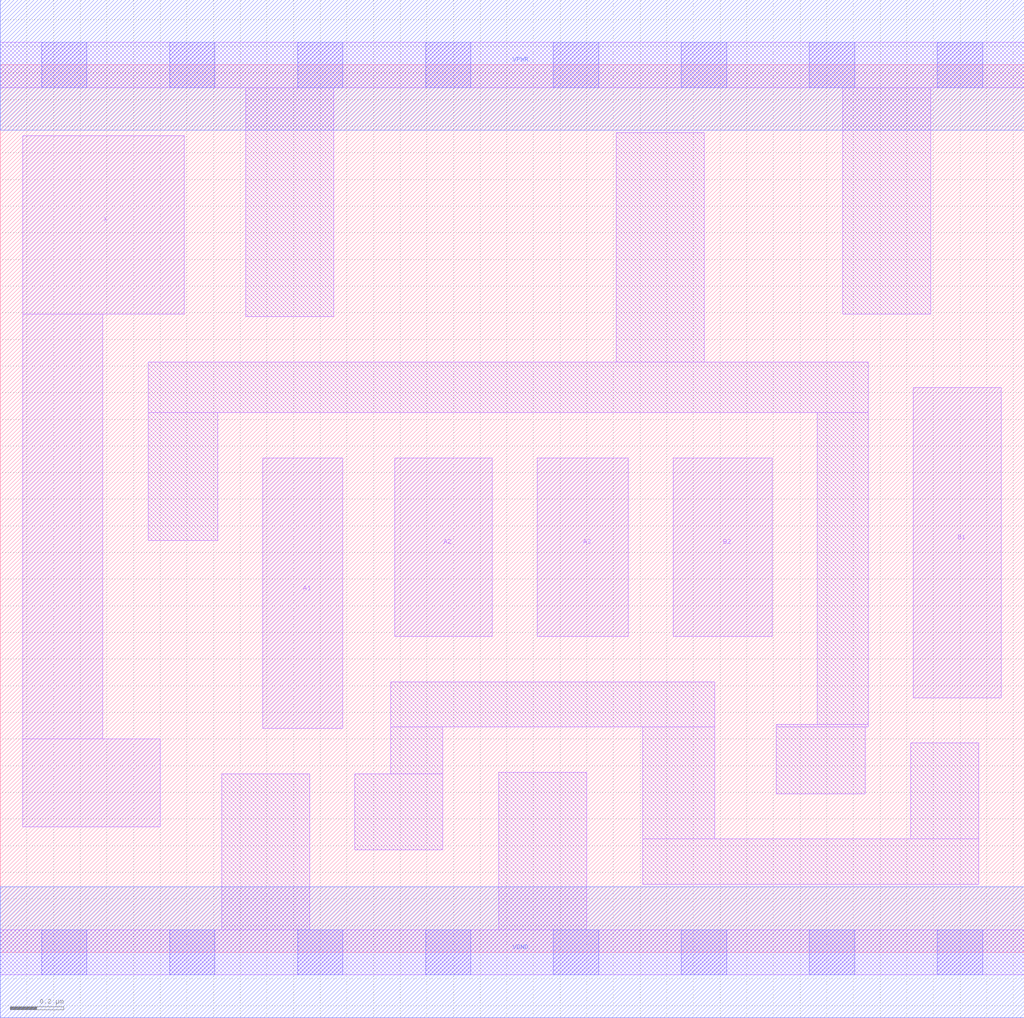
<source format=lef>
# Copyright 2020 The SkyWater PDK Authors
#
# Licensed under the Apache License, Version 2.0 (the "License");
# you may not use this file except in compliance with the License.
# You may obtain a copy of the License at
#
#     https://www.apache.org/licenses/LICENSE-2.0
#
# Unless required by applicable law or agreed to in writing, software
# distributed under the License is distributed on an "AS IS" BASIS,
# WITHOUT WARRANTIES OR CONDITIONS OF ANY KIND, either express or implied.
# See the License for the specific language governing permissions and
# limitations under the License.
#
# SPDX-License-Identifier: Apache-2.0

VERSION 5.7 ;
  NAMESCASESENSITIVE ON ;
  NOWIREEXTENSIONATPIN ON ;
  DIVIDERCHAR "/" ;
  BUSBITCHARS "[]" ;
UNITS
  DATABASE MICRONS 200 ;
END UNITS
MACRO sky130_fd_sc_lp__o32a_0
  CLASS CORE ;
  SOURCE USER ;
  FOREIGN sky130_fd_sc_lp__o32a_0 ;
  ORIGIN  0.000000  0.000000 ;
  SIZE  3.840000 BY  3.330000 ;
  SYMMETRY X Y R90 ;
  SITE unit ;
  PIN A1
    ANTENNAGATEAREA  0.159000 ;
    DIRECTION INPUT ;
    USE SIGNAL ;
    PORT
      LAYER li1 ;
        RECT 0.985000 0.840000 1.285000 1.855000 ;
    END
  END A1
  PIN A2
    ANTENNAGATEAREA  0.159000 ;
    DIRECTION INPUT ;
    USE SIGNAL ;
    PORT
      LAYER li1 ;
        RECT 1.480000 1.185000 1.845000 1.855000 ;
    END
  END A2
  PIN A3
    ANTENNAGATEAREA  0.159000 ;
    DIRECTION INPUT ;
    USE SIGNAL ;
    PORT
      LAYER li1 ;
        RECT 2.015000 1.185000 2.355000 1.855000 ;
    END
  END A3
  PIN B1
    ANTENNAGATEAREA  0.159000 ;
    DIRECTION INPUT ;
    USE SIGNAL ;
    PORT
      LAYER li1 ;
        RECT 3.425000 0.955000 3.755000 2.120000 ;
    END
  END B1
  PIN B2
    ANTENNAGATEAREA  0.159000 ;
    DIRECTION INPUT ;
    USE SIGNAL ;
    PORT
      LAYER li1 ;
        RECT 2.525000 1.185000 2.895000 1.855000 ;
    END
  END B2
  PIN X
    ANTENNADIFFAREA  0.280900 ;
    DIRECTION OUTPUT ;
    USE SIGNAL ;
    PORT
      LAYER li1 ;
        RECT 0.085000 0.470000 0.600000 0.800000 ;
        RECT 0.085000 0.800000 0.385000 2.395000 ;
        RECT 0.085000 2.395000 0.690000 3.065000 ;
    END
  END X
  PIN VGND
    DIRECTION INOUT ;
    USE GROUND ;
    PORT
      LAYER met1 ;
        RECT 0.000000 -0.245000 3.840000 0.245000 ;
    END
  END VGND
  PIN VPWR
    DIRECTION INOUT ;
    USE POWER ;
    PORT
      LAYER met1 ;
        RECT 0.000000 3.085000 3.840000 3.575000 ;
    END
  END VPWR
  OBS
    LAYER li1 ;
      RECT 0.000000 -0.085000 3.840000 0.085000 ;
      RECT 0.000000  3.245000 3.840000 3.415000 ;
      RECT 0.555000  1.545000 0.815000 2.025000 ;
      RECT 0.555000  2.025000 3.255000 2.215000 ;
      RECT 0.830000  0.085000 1.160000 0.670000 ;
      RECT 0.920000  2.385000 1.250000 3.245000 ;
      RECT 1.330000  0.385000 1.660000 0.670000 ;
      RECT 1.465000  0.670000 1.660000 0.845000 ;
      RECT 1.465000  0.845000 2.680000 1.015000 ;
      RECT 1.870000  0.085000 2.200000 0.675000 ;
      RECT 2.310000  2.215000 2.640000 3.075000 ;
      RECT 2.410000  0.255000 3.670000 0.425000 ;
      RECT 2.410000  0.425000 2.680000 0.845000 ;
      RECT 2.910000  0.595000 3.245000 0.845000 ;
      RECT 2.910000  0.845000 3.255000 0.855000 ;
      RECT 3.065000  0.855000 3.255000 2.025000 ;
      RECT 3.160000  2.395000 3.490000 3.245000 ;
      RECT 3.415000  0.425000 3.670000 0.785000 ;
    LAYER mcon ;
      RECT 0.155000 -0.085000 0.325000 0.085000 ;
      RECT 0.155000  3.245000 0.325000 3.415000 ;
      RECT 0.635000 -0.085000 0.805000 0.085000 ;
      RECT 0.635000  3.245000 0.805000 3.415000 ;
      RECT 1.115000 -0.085000 1.285000 0.085000 ;
      RECT 1.115000  3.245000 1.285000 3.415000 ;
      RECT 1.595000 -0.085000 1.765000 0.085000 ;
      RECT 1.595000  3.245000 1.765000 3.415000 ;
      RECT 2.075000 -0.085000 2.245000 0.085000 ;
      RECT 2.075000  3.245000 2.245000 3.415000 ;
      RECT 2.555000 -0.085000 2.725000 0.085000 ;
      RECT 2.555000  3.245000 2.725000 3.415000 ;
      RECT 3.035000 -0.085000 3.205000 0.085000 ;
      RECT 3.035000  3.245000 3.205000 3.415000 ;
      RECT 3.515000 -0.085000 3.685000 0.085000 ;
      RECT 3.515000  3.245000 3.685000 3.415000 ;
  END
END sky130_fd_sc_lp__o32a_0

</source>
